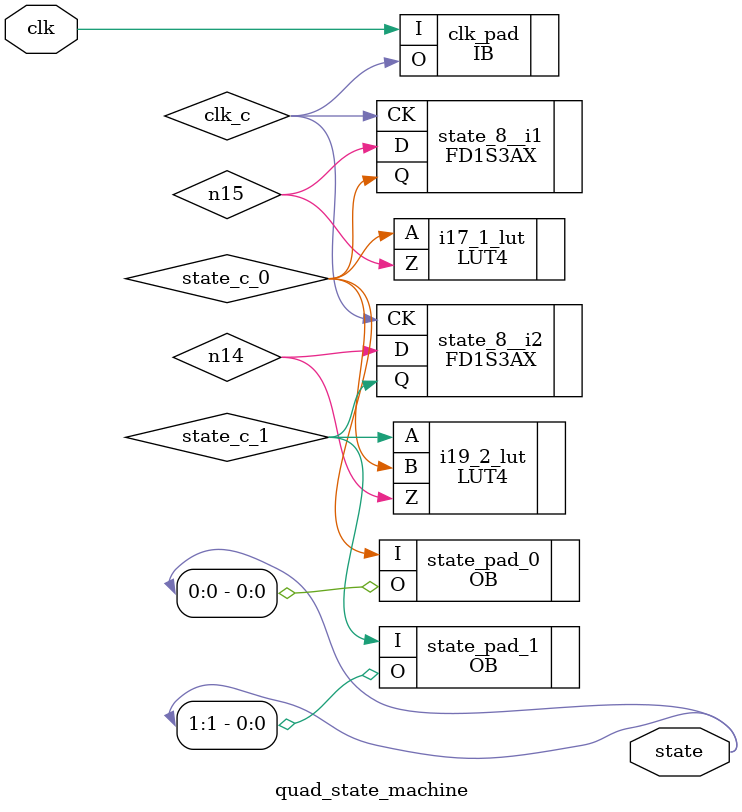
<source format=v>

module quad_state_machine (clk, state) /* synthesis syn_module_defined=1 */ ;   // c:/users/shift/github/pop_timing_fpga/pop_timers_ax2/source/wrapper.v(29[9:27])
    input clk;   // c:/users/shift/github/pop_timing_fpga/pop_timers_ax2/source/wrapper.v(34[8:11])
    output [1:0]state;   // c:/users/shift/github/pop_timing_fpga/pop_timers_ax2/source/wrapper.v(35[19:24])
    
    wire clk_c /* synthesis SET_AS_NETWORK=clk_c, is_clock=1 */ ;   // c:/users/shift/github/pop_timing_fpga/pop_timers_ax2/source/wrapper.v(34[8:11])
    
    wire GND_net, VCC_net, state_c_1, state_c_0, n14, n15;
    
    VHI i2 (.Z(VCC_net));
    OB state_pad_1 (.I(state_c_1), .O(state[1]));   // c:/users/shift/github/pop_timing_fpga/pop_timers_ax2/source/wrapper.v(35[19:24])
    PUR PUR_INST (.PUR(VCC_net));
    defparam PUR_INST.RST_PULSE = 1;
    OB state_pad_0 (.I(state_c_0), .O(state[0]));   // c:/users/shift/github/pop_timing_fpga/pop_timers_ax2/source/wrapper.v(35[19:24])
    TSALL TSALL_INST (.TSALL(GND_net));
    LUT4 i17_1_lut (.A(state_c_0), .Z(n15)) /* synthesis lut_function=(!(A)) */ ;   // c:/users/shift/github/pop_timing_fpga/pop_timers_ax2/source/wrapper.v(39[14:26])
    defparam i17_1_lut.init = 16'h5555;
    LUT4 i19_2_lut (.A(state_c_1), .B(state_c_0), .Z(n14)) /* synthesis lut_function=(!(A (B)+!A !(B))) */ ;   // c:/users/shift/github/pop_timing_fpga/pop_timers_ax2/source/wrapper.v(39[14:26])
    defparam i19_2_lut.init = 16'h6666;
    GSR GSR_INST (.GSR(VCC_net));
    VLO i27 (.Z(GND_net));
    FD1S3AX state_8__i2 (.D(n14), .CK(clk_c), .Q(state_c_1));   // c:/users/shift/github/pop_timing_fpga/pop_timers_ax2/source/wrapper.v(39[14:26])
    defparam state_8__i2.GSR = "ENABLED";
    FD1S3AX state_8__i1 (.D(n15), .CK(clk_c), .Q(state_c_0));   // c:/users/shift/github/pop_timing_fpga/pop_timers_ax2/source/wrapper.v(39[14:26])
    defparam state_8__i1.GSR = "ENABLED";
    IB clk_pad (.I(clk), .O(clk_c));   // c:/users/shift/github/pop_timing_fpga/pop_timers_ax2/source/wrapper.v(34[8:11])
    
endmodule
//
// Verilog Description of module PUR
// module not written out since it is a black-box. 
//

//
// Verilog Description of module TSALL
// module not written out since it is a black-box. 
//


</source>
